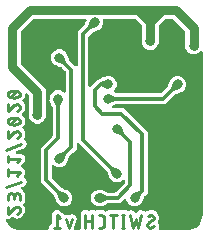
<source format=gbr>
G04 EAGLE Gerber RS-274X export*
G75*
%MOMM*%
%FSLAX34Y34*%
%LPD*%
%INBottom Copper*%
%IPPOS*%
%AMOC8*
5,1,8,0,0,1.08239X$1,22.5*%
G01*
%ADD10C,0.228600*%
%ADD11C,0.800000*%
%ADD12C,0.304800*%
%ADD13C,0.800000*%

G36*
X39641Y3826D02*
X39641Y3826D01*
X39759Y3833D01*
X39798Y3846D01*
X39838Y3851D01*
X39949Y3894D01*
X40062Y3931D01*
X40096Y3953D01*
X40134Y3968D01*
X40230Y4037D01*
X40330Y4101D01*
X40358Y4131D01*
X40391Y4154D01*
X40467Y4246D01*
X40548Y4333D01*
X40568Y4368D01*
X40594Y4399D01*
X40644Y4507D01*
X40702Y4611D01*
X40712Y4651D01*
X40729Y4687D01*
X40752Y4804D01*
X40781Y4919D01*
X40785Y4979D01*
X40789Y4999D01*
X40788Y5020D01*
X40792Y5080D01*
X40792Y7879D01*
X43313Y10400D01*
X43373Y10479D01*
X43441Y10551D01*
X43470Y10604D01*
X43508Y10652D01*
X43547Y10743D01*
X43595Y10829D01*
X43610Y10888D01*
X43634Y10943D01*
X43649Y11041D01*
X43674Y11137D01*
X43681Y11237D01*
X43684Y11258D01*
X43683Y11270D01*
X43684Y11298D01*
X43684Y16255D01*
X43683Y16269D01*
X43677Y16395D01*
X43514Y17856D01*
X43572Y17951D01*
X43581Y17979D01*
X43595Y18004D01*
X43627Y18130D01*
X43666Y18255D01*
X43667Y18275D01*
X44698Y19307D01*
X44707Y19319D01*
X44792Y19412D01*
X45710Y20560D01*
X45819Y20586D01*
X45844Y20600D01*
X45872Y20608D01*
X45984Y20674D01*
X46099Y20735D01*
X46115Y20749D01*
X47574Y20749D01*
X47588Y20751D01*
X47714Y20756D01*
X49175Y20919D01*
X49270Y20861D01*
X49298Y20852D01*
X49323Y20838D01*
X49449Y20806D01*
X49574Y20768D01*
X49595Y20767D01*
X50626Y19735D01*
X50638Y19726D01*
X50731Y19641D01*
X53583Y17360D01*
X53645Y17321D01*
X53703Y17275D01*
X53781Y17239D01*
X53854Y17194D01*
X53924Y17172D01*
X53991Y17141D01*
X54076Y17126D01*
X54158Y17100D01*
X54232Y17097D01*
X54304Y17084D01*
X54390Y17090D01*
X54476Y17086D01*
X54548Y17101D01*
X54621Y17106D01*
X54777Y17147D01*
X56171Y17611D01*
X57595Y16899D01*
X57624Y16889D01*
X57649Y16874D01*
X57773Y16836D01*
X57895Y16793D01*
X57925Y16791D01*
X57954Y16782D01*
X58084Y16777D01*
X58212Y16766D01*
X58242Y16771D01*
X58271Y16769D01*
X58398Y16797D01*
X58526Y16818D01*
X58553Y16830D01*
X58582Y16836D01*
X58731Y16899D01*
X60156Y17611D01*
X63450Y16513D01*
X65003Y13407D01*
X62715Y6544D01*
X62714Y6535D01*
X62710Y6527D01*
X62683Y6381D01*
X62653Y6232D01*
X62654Y6223D01*
X62652Y6215D01*
X62663Y6065D01*
X62671Y5915D01*
X62674Y5906D01*
X62674Y5897D01*
X62692Y5829D01*
X62602Y5648D01*
X62570Y5558D01*
X62530Y5473D01*
X62518Y5409D01*
X62496Y5348D01*
X62488Y5253D01*
X62470Y5160D01*
X62474Y5096D01*
X62469Y5031D01*
X62484Y4937D01*
X62490Y4843D01*
X62510Y4781D01*
X62521Y4717D01*
X62559Y4630D01*
X62588Y4541D01*
X62623Y4486D01*
X62649Y4426D01*
X62708Y4352D01*
X62758Y4272D01*
X62806Y4227D01*
X62846Y4176D01*
X62921Y4119D01*
X62990Y4054D01*
X63047Y4022D01*
X63099Y3983D01*
X63186Y3946D01*
X63268Y3900D01*
X63331Y3884D01*
X63391Y3859D01*
X63485Y3845D01*
X63576Y3821D01*
X63687Y3814D01*
X63706Y3811D01*
X63716Y3812D01*
X63737Y3811D01*
X66573Y3811D01*
X66692Y3826D01*
X66810Y3833D01*
X66849Y3846D01*
X66889Y3851D01*
X67000Y3894D01*
X67113Y3931D01*
X67147Y3953D01*
X67185Y3968D01*
X67281Y4037D01*
X67381Y4101D01*
X67409Y4131D01*
X67442Y4154D01*
X67518Y4246D01*
X67599Y4333D01*
X67619Y4368D01*
X67645Y4399D01*
X67695Y4507D01*
X67753Y4611D01*
X67763Y4651D01*
X67780Y4687D01*
X67803Y4804D01*
X67832Y4919D01*
X67836Y4979D01*
X67840Y4999D01*
X67839Y5020D01*
X67843Y5080D01*
X67843Y18293D01*
X70298Y20749D01*
X73771Y20749D01*
X74030Y20490D01*
X74124Y20417D01*
X74213Y20338D01*
X74249Y20320D01*
X74281Y20295D01*
X74390Y20247D01*
X74496Y20193D01*
X74535Y20185D01*
X74573Y20168D01*
X74691Y20150D01*
X74806Y20124D01*
X74847Y20125D01*
X74887Y20119D01*
X75006Y20130D01*
X75124Y20133D01*
X75163Y20145D01*
X75203Y20148D01*
X75315Y20189D01*
X75430Y20222D01*
X75465Y20242D01*
X75503Y20256D01*
X75601Y20323D01*
X75704Y20383D01*
X75749Y20423D01*
X75766Y20435D01*
X75779Y20450D01*
X75825Y20490D01*
X76084Y20749D01*
X79556Y20749D01*
X79588Y20717D01*
X79682Y20644D01*
X79771Y20565D01*
X79807Y20547D01*
X79839Y20522D01*
X79949Y20474D01*
X80055Y20420D01*
X80094Y20412D01*
X80131Y20395D01*
X80249Y20377D01*
X80365Y20351D01*
X80405Y20352D01*
X80445Y20346D01*
X80564Y20357D01*
X80683Y20360D01*
X80722Y20372D01*
X80762Y20375D01*
X80874Y20416D01*
X80988Y20449D01*
X81023Y20469D01*
X81061Y20483D01*
X81160Y20550D01*
X81262Y20610D01*
X81307Y20650D01*
X81324Y20662D01*
X81338Y20677D01*
X81383Y20717D01*
X81415Y20749D01*
X83204Y20749D01*
X85466Y20749D01*
X86443Y20749D01*
X87226Y20749D01*
X87317Y20688D01*
X87325Y20682D01*
X87329Y20680D01*
X87337Y20675D01*
X88688Y19895D01*
X88791Y19851D01*
X88891Y19800D01*
X88937Y19790D01*
X88981Y19772D01*
X89092Y19755D01*
X89202Y19731D01*
X89249Y19732D01*
X89295Y19725D01*
X89407Y19737D01*
X89520Y19740D01*
X89565Y19753D01*
X89612Y19758D01*
X89717Y19797D01*
X89825Y19829D01*
X89866Y19853D01*
X89910Y19869D01*
X90002Y19933D01*
X90099Y19990D01*
X90153Y20038D01*
X90171Y20050D01*
X90183Y20064D01*
X90220Y20097D01*
X90872Y20749D01*
X106778Y20749D01*
X106834Y20705D01*
X106889Y20649D01*
X106959Y20608D01*
X107023Y20558D01*
X107095Y20527D01*
X107163Y20487D01*
X107241Y20464D01*
X107315Y20432D01*
X107392Y20419D01*
X107468Y20397D01*
X107549Y20395D01*
X107629Y20382D01*
X107707Y20389D01*
X107786Y20387D01*
X107945Y20411D01*
X110708Y21026D01*
X113870Y19014D01*
X113870Y19013D01*
X113871Y19013D01*
X114018Y18944D01*
X114157Y18878D01*
X114158Y18878D01*
X114159Y18877D01*
X114317Y18847D01*
X114469Y18818D01*
X114470Y18818D01*
X114471Y18818D01*
X114631Y18828D01*
X114787Y18837D01*
X114788Y18838D01*
X114789Y18838D01*
X114949Y18890D01*
X115089Y18935D01*
X115090Y18936D01*
X115091Y18936D01*
X115232Y19014D01*
X118394Y21026D01*
X121798Y20269D01*
X121823Y20239D01*
X121896Y20140D01*
X121924Y20117D01*
X121947Y20089D01*
X122047Y20017D01*
X122142Y19939D01*
X122175Y19924D01*
X122205Y19903D01*
X122319Y19857D01*
X122431Y19806D01*
X122467Y19799D01*
X122501Y19786D01*
X122623Y19770D01*
X122744Y19748D01*
X122780Y19751D01*
X122816Y19746D01*
X122938Y19762D01*
X123061Y19770D01*
X123113Y19784D01*
X123132Y19786D01*
X123151Y19794D01*
X123217Y19811D01*
X125217Y20478D01*
X125266Y20502D01*
X125318Y20517D01*
X125409Y20570D01*
X125503Y20616D01*
X125545Y20651D01*
X125592Y20678D01*
X125672Y20749D01*
X129173Y20749D01*
X129264Y20688D01*
X129273Y20682D01*
X129277Y20680D01*
X129285Y20675D01*
X132176Y19005D01*
X133845Y16114D01*
X133897Y16046D01*
X133919Y16008D01*
X133919Y12486D01*
X133854Y12388D01*
X133846Y12377D01*
X133844Y12371D01*
X133836Y12360D01*
X133351Y11511D01*
X133308Y11407D01*
X133257Y11307D01*
X133247Y11261D01*
X133229Y11217D01*
X133213Y11106D01*
X133189Y10996D01*
X133190Y10949D01*
X133184Y10902D01*
X133196Y10791D01*
X133200Y10679D01*
X133213Y10633D01*
X133218Y10586D01*
X133258Y10481D01*
X133290Y10373D01*
X133314Y10333D01*
X133330Y10288D01*
X133395Y10197D01*
X133452Y10100D01*
X133500Y10046D01*
X133513Y10028D01*
X133527Y10016D01*
X133559Y9980D01*
X134201Y9343D01*
X134216Y5843D01*
X134148Y5761D01*
X134138Y5740D01*
X134124Y5722D01*
X134070Y5596D01*
X134012Y5473D01*
X134008Y5450D01*
X133999Y5429D01*
X133978Y5294D01*
X133952Y5160D01*
X133954Y5138D01*
X133950Y5115D01*
X133964Y4979D01*
X133972Y4843D01*
X133979Y4821D01*
X133981Y4799D01*
X134028Y4670D01*
X134070Y4541D01*
X134082Y4521D01*
X134090Y4500D01*
X134167Y4387D01*
X134240Y4272D01*
X134257Y4256D01*
X134270Y4237D01*
X134373Y4147D01*
X134472Y4054D01*
X134492Y4043D01*
X134509Y4028D01*
X134631Y3966D01*
X134750Y3900D01*
X134773Y3895D01*
X134793Y3884D01*
X134927Y3855D01*
X135058Y3821D01*
X135090Y3819D01*
X135104Y3816D01*
X135125Y3817D01*
X135219Y3811D01*
X157929Y3811D01*
X157949Y3813D01*
X158053Y3817D01*
X160393Y4047D01*
X160496Y4071D01*
X160602Y4086D01*
X160681Y4113D01*
X160703Y4118D01*
X160717Y4125D01*
X160754Y4138D01*
X165077Y5928D01*
X165085Y5933D01*
X165094Y5935D01*
X165223Y6012D01*
X165353Y6086D01*
X165359Y6092D01*
X165367Y6097D01*
X165488Y6203D01*
X168797Y9512D01*
X168802Y9519D01*
X168810Y9525D01*
X168900Y9644D01*
X168992Y9763D01*
X168995Y9772D01*
X169001Y9779D01*
X169072Y9923D01*
X170862Y14246D01*
X170890Y14348D01*
X170927Y14448D01*
X170940Y14532D01*
X170946Y14553D01*
X170946Y14569D01*
X170953Y14607D01*
X171183Y16947D01*
X171183Y16966D01*
X171189Y17071D01*
X171189Y154407D01*
X171172Y154545D01*
X171159Y154683D01*
X171152Y154702D01*
X171149Y154722D01*
X171099Y154851D01*
X171051Y154982D01*
X171040Y154999D01*
X171032Y155018D01*
X170951Y155130D01*
X170873Y155245D01*
X170857Y155259D01*
X170846Y155275D01*
X170738Y155364D01*
X170634Y155456D01*
X170616Y155465D01*
X170601Y155478D01*
X170475Y155537D01*
X170351Y155600D01*
X170331Y155605D01*
X170313Y155614D01*
X170176Y155640D01*
X170041Y155670D01*
X170020Y155670D01*
X170001Y155673D01*
X169862Y155665D01*
X169723Y155660D01*
X169703Y155655D01*
X169683Y155654D01*
X169551Y155611D01*
X169417Y155572D01*
X169400Y155562D01*
X169381Y155556D01*
X169263Y155481D01*
X169143Y155411D01*
X169122Y155392D01*
X169112Y155385D01*
X169098Y155370D01*
X169023Y155304D01*
X167743Y154024D01*
X165152Y152951D01*
X162348Y152951D01*
X159757Y154024D01*
X157774Y156007D01*
X156701Y158598D01*
X156701Y171555D01*
X156689Y171653D01*
X156686Y171752D01*
X156669Y171810D01*
X156661Y171870D01*
X156625Y171962D01*
X156597Y172057D01*
X156567Y172109D01*
X156544Y172166D01*
X156486Y172246D01*
X156436Y172331D01*
X156370Y172407D01*
X156358Y172423D01*
X156348Y172431D01*
X156330Y172452D01*
X146202Y182580D01*
X146124Y182640D01*
X146052Y182708D01*
X145999Y182737D01*
X145951Y182774D01*
X145860Y182814D01*
X145773Y182862D01*
X145715Y182877D01*
X145659Y182901D01*
X145561Y182916D01*
X145465Y182941D01*
X145365Y182947D01*
X145345Y182951D01*
X145333Y182949D01*
X145305Y182951D01*
X140445Y182951D01*
X140347Y182939D01*
X140248Y182936D01*
X140190Y182919D01*
X140130Y182911D01*
X140038Y182875D01*
X139943Y182847D01*
X139891Y182817D01*
X139834Y182794D01*
X139754Y182736D01*
X139669Y182686D01*
X139593Y182620D01*
X139577Y182608D01*
X139569Y182598D01*
X139548Y182580D01*
X134420Y177452D01*
X134360Y177374D01*
X134292Y177302D01*
X134263Y177249D01*
X134226Y177201D01*
X134186Y177110D01*
X134138Y177023D01*
X134123Y176965D01*
X134099Y176909D01*
X134084Y176811D01*
X134059Y176715D01*
X134053Y176615D01*
X134049Y176595D01*
X134051Y176583D01*
X134049Y176555D01*
X134049Y162348D01*
X132976Y159757D01*
X130993Y157774D01*
X128402Y156701D01*
X125598Y156701D01*
X123007Y157774D01*
X121024Y159757D01*
X119951Y162348D01*
X119951Y176555D01*
X119939Y176653D01*
X119936Y176752D01*
X119919Y176810D01*
X119911Y176870D01*
X119875Y176962D01*
X119847Y177057D01*
X119817Y177109D01*
X119794Y177166D01*
X119736Y177246D01*
X119686Y177331D01*
X119620Y177407D01*
X119608Y177423D01*
X119598Y177431D01*
X119580Y177452D01*
X114452Y182580D01*
X114374Y182640D01*
X114302Y182708D01*
X114249Y182737D01*
X114201Y182774D01*
X114110Y182814D01*
X114023Y182862D01*
X113965Y182877D01*
X113909Y182901D01*
X113811Y182916D01*
X113715Y182941D01*
X113615Y182947D01*
X113595Y182951D01*
X113583Y182949D01*
X113555Y182951D01*
X88307Y182951D01*
X88257Y182945D01*
X88207Y182947D01*
X88099Y182925D01*
X87991Y182911D01*
X87944Y182893D01*
X87895Y182883D01*
X87797Y182835D01*
X87695Y182794D01*
X87655Y182765D01*
X87610Y182743D01*
X87526Y182672D01*
X87438Y182608D01*
X87406Y182569D01*
X87368Y182536D01*
X87305Y182447D01*
X87235Y182363D01*
X87214Y182317D01*
X87185Y182276D01*
X87146Y182174D01*
X87100Y182075D01*
X87090Y182026D01*
X87072Y181979D01*
X87060Y181870D01*
X87040Y181763D01*
X87043Y181712D01*
X87037Y181662D01*
X87049Y181583D01*
X87049Y178598D01*
X85976Y176007D01*
X84599Y174631D01*
X84508Y174514D01*
X84416Y174399D01*
X84408Y174385D01*
X84404Y174379D01*
X84398Y174365D01*
X84340Y174257D01*
X84256Y174070D01*
X83746Y173878D01*
X82610Y173451D01*
X82598Y173445D01*
X82571Y173435D01*
X81354Y172931D01*
X81221Y172917D01*
X81206Y172912D01*
X81198Y172911D01*
X81184Y172906D01*
X81067Y172870D01*
X78549Y171922D01*
X78522Y171908D01*
X78493Y171900D01*
X78382Y171834D01*
X78268Y171774D01*
X78245Y171753D01*
X78219Y171738D01*
X78099Y171632D01*
X74944Y168478D01*
X74884Y168399D01*
X74816Y168327D01*
X74787Y168274D01*
X74750Y168226D01*
X74710Y168135D01*
X74662Y168049D01*
X74647Y167990D01*
X74623Y167935D01*
X74608Y167837D01*
X74583Y167741D01*
X74577Y167641D01*
X74573Y167620D01*
X74575Y167608D01*
X74573Y167580D01*
X74573Y126604D01*
X74590Y126466D01*
X74603Y126327D01*
X74610Y126308D01*
X74613Y126288D01*
X74664Y126159D01*
X74711Y126028D01*
X74722Y126011D01*
X74730Y125993D01*
X74811Y125880D01*
X74889Y125765D01*
X74905Y125752D01*
X74916Y125735D01*
X75024Y125646D01*
X75128Y125555D01*
X75146Y125545D01*
X75161Y125532D01*
X75287Y125473D01*
X75411Y125410D01*
X75431Y125405D01*
X75449Y125397D01*
X75586Y125371D01*
X75721Y125340D01*
X75742Y125341D01*
X75761Y125337D01*
X75900Y125346D01*
X76039Y125350D01*
X76059Y125356D01*
X76079Y125357D01*
X76211Y125400D01*
X76345Y125438D01*
X76362Y125449D01*
X76381Y125455D01*
X76499Y125529D01*
X76619Y125600D01*
X76640Y125618D01*
X76650Y125625D01*
X76664Y125640D01*
X76739Y125706D01*
X78478Y127444D01*
X81275Y130242D01*
X81294Y130266D01*
X81317Y130286D01*
X81391Y130391D01*
X81470Y130493D01*
X81482Y130521D01*
X81500Y130546D01*
X81566Y130693D01*
X81667Y130962D01*
X81671Y130966D01*
X81717Y131000D01*
X81781Y131080D01*
X81782Y131081D01*
X82057Y131184D01*
X82084Y131198D01*
X82113Y131207D01*
X82224Y131272D01*
X82339Y131333D01*
X82361Y131353D01*
X82387Y131368D01*
X82508Y131475D01*
X83106Y132073D01*
X83988Y132073D01*
X84018Y132077D01*
X84048Y132074D01*
X84176Y132096D01*
X84304Y132113D01*
X84332Y132124D01*
X84362Y132129D01*
X84512Y132186D01*
X86963Y133296D01*
X87088Y133373D01*
X87216Y133448D01*
X87227Y133459D01*
X87233Y133462D01*
X87239Y133468D01*
X88426Y133960D01*
X88437Y133966D01*
X88464Y133976D01*
X89645Y134511D01*
X90066Y134702D01*
X90258Y134630D01*
X90402Y134596D01*
X90544Y134559D01*
X90560Y134558D01*
X90567Y134556D01*
X90583Y134556D01*
X90705Y134549D01*
X92652Y134549D01*
X95243Y133476D01*
X97226Y131493D01*
X98299Y128902D01*
X98299Y126098D01*
X97226Y123507D01*
X96405Y122687D01*
X96388Y122664D01*
X96366Y122645D01*
X96290Y122538D01*
X96211Y122436D01*
X96199Y122409D01*
X96182Y122386D01*
X96136Y122264D01*
X96084Y122144D01*
X96080Y122115D01*
X96069Y122088D01*
X96055Y121959D01*
X96034Y121830D01*
X96037Y121801D01*
X96034Y121772D01*
X96052Y121644D01*
X96064Y121513D01*
X96074Y121486D01*
X96078Y121457D01*
X96128Y121337D01*
X96172Y121214D01*
X96188Y121190D01*
X96199Y121163D01*
X96277Y121059D01*
X96350Y120951D01*
X96372Y120932D01*
X96389Y120909D01*
X96491Y120827D01*
X96589Y120740D01*
X96614Y120727D01*
X96637Y120709D01*
X96779Y120633D01*
X97988Y120086D01*
X98017Y120077D01*
X98043Y120062D01*
X98168Y120030D01*
X98292Y119992D01*
X98322Y119990D01*
X98351Y119983D01*
X98512Y119973D01*
X135480Y119973D01*
X135578Y119985D01*
X135677Y119988D01*
X135736Y120005D01*
X135796Y120013D01*
X135888Y120049D01*
X135983Y120077D01*
X136035Y120107D01*
X136091Y120130D01*
X136171Y120188D01*
X136257Y120238D01*
X136332Y120304D01*
X136349Y120316D01*
X136357Y120326D01*
X136378Y120344D01*
X141632Y125599D01*
X141650Y125622D01*
X141673Y125642D01*
X141748Y125748D01*
X141827Y125850D01*
X141839Y125878D01*
X141856Y125902D01*
X141922Y126049D01*
X142870Y128567D01*
X142904Y128711D01*
X142941Y128853D01*
X142942Y128869D01*
X142944Y128876D01*
X142944Y128884D01*
X143436Y130071D01*
X143439Y130083D01*
X143451Y130110D01*
X143878Y131246D01*
X144070Y131756D01*
X144257Y131840D01*
X144383Y131918D01*
X144510Y131993D01*
X144522Y132003D01*
X144528Y132007D01*
X144539Y132018D01*
X144631Y132099D01*
X146007Y133476D01*
X148598Y134549D01*
X151402Y134549D01*
X153993Y133476D01*
X155976Y131493D01*
X157049Y128902D01*
X157049Y126098D01*
X155976Y123507D01*
X154599Y122131D01*
X154508Y122014D01*
X154416Y121899D01*
X154409Y121885D01*
X154404Y121879D01*
X154398Y121865D01*
X154340Y121757D01*
X154256Y121570D01*
X153746Y121378D01*
X152610Y120951D01*
X152599Y120945D01*
X152571Y120936D01*
X151354Y120431D01*
X151221Y120417D01*
X151205Y120412D01*
X151198Y120411D01*
X151184Y120406D01*
X151067Y120370D01*
X148549Y119422D01*
X148522Y119408D01*
X148493Y119400D01*
X148382Y119334D01*
X148268Y119274D01*
X148245Y119254D01*
X148219Y119238D01*
X148099Y119132D01*
X139794Y110827D01*
X98512Y110827D01*
X98482Y110823D01*
X98452Y110826D01*
X98324Y110804D01*
X98196Y110787D01*
X98168Y110776D01*
X98138Y110771D01*
X97988Y110714D01*
X95538Y109604D01*
X95412Y109527D01*
X95285Y109452D01*
X95273Y109441D01*
X95267Y109438D01*
X95256Y109426D01*
X95164Y109345D01*
X95108Y109289D01*
X95078Y109268D01*
X95021Y109199D01*
X94957Y109137D01*
X94920Y109077D01*
X94875Y109023D01*
X94837Y108942D01*
X94790Y108866D01*
X94769Y108798D01*
X94739Y108735D01*
X94723Y108647D01*
X94696Y108562D01*
X94693Y108492D01*
X94680Y108422D01*
X94685Y108334D01*
X94681Y108244D01*
X94695Y108175D01*
X94699Y108105D01*
X94727Y108020D01*
X94745Y107933D01*
X94776Y107869D01*
X94797Y107803D01*
X94845Y107727D01*
X94884Y107647D01*
X94930Y107593D01*
X94968Y107534D01*
X95033Y107473D01*
X95090Y107405D01*
X95148Y107364D01*
X95199Y107316D01*
X95277Y107273D01*
X95350Y107221D01*
X95416Y107196D01*
X95478Y107162D01*
X95564Y107140D01*
X95647Y107108D01*
X95717Y107101D01*
X95786Y107083D01*
X95946Y107073D01*
X104394Y107073D01*
X124573Y86894D01*
X124573Y35606D01*
X122118Y33151D01*
X122100Y33127D01*
X122077Y33108D01*
X122003Y33002D01*
X121923Y32900D01*
X121911Y32872D01*
X121894Y32848D01*
X121828Y32701D01*
X121199Y31031D01*
X120880Y30183D01*
X120846Y30039D01*
X120809Y29897D01*
X120808Y29881D01*
X120806Y29874D01*
X120806Y29866D01*
X120314Y28678D01*
X120311Y28666D01*
X120299Y28640D01*
X119680Y26994D01*
X119493Y26910D01*
X119367Y26832D01*
X119240Y26757D01*
X119229Y26747D01*
X119222Y26743D01*
X119211Y26732D01*
X119119Y26651D01*
X117743Y25274D01*
X115152Y24201D01*
X112348Y24201D01*
X109757Y25274D01*
X107774Y27257D01*
X106749Y29733D01*
X106724Y29776D01*
X106708Y29823D01*
X106646Y29914D01*
X106591Y30009D01*
X106557Y30045D01*
X106529Y30086D01*
X106446Y30159D01*
X106370Y30237D01*
X106328Y30263D01*
X106290Y30296D01*
X106193Y30346D01*
X106099Y30404D01*
X106052Y30418D01*
X106007Y30441D01*
X105900Y30465D01*
X105795Y30497D01*
X105745Y30500D01*
X105697Y30511D01*
X105587Y30507D01*
X105477Y30512D01*
X105429Y30502D01*
X105379Y30501D01*
X105274Y30470D01*
X105166Y30448D01*
X105121Y30426D01*
X105074Y30413D01*
X104979Y30357D01*
X104880Y30308D01*
X104842Y30276D01*
X104800Y30251D01*
X104679Y30145D01*
X104262Y29728D01*
X101212Y26677D01*
X91012Y26677D01*
X90982Y26673D01*
X90952Y26676D01*
X90824Y26654D01*
X90696Y26637D01*
X90668Y26626D01*
X90638Y26621D01*
X90488Y26564D01*
X88038Y25454D01*
X87912Y25377D01*
X87785Y25302D01*
X87773Y25291D01*
X87767Y25288D01*
X87761Y25282D01*
X86574Y24790D01*
X86563Y24784D01*
X86536Y24774D01*
X84934Y24048D01*
X84742Y24120D01*
X84598Y24154D01*
X84455Y24191D01*
X84440Y24192D01*
X84433Y24194D01*
X84417Y24194D01*
X84295Y24201D01*
X82348Y24201D01*
X79757Y25274D01*
X77774Y27257D01*
X76701Y29848D01*
X76701Y32652D01*
X77774Y35243D01*
X79757Y37226D01*
X82348Y38299D01*
X84295Y38299D01*
X84441Y38317D01*
X84588Y38333D01*
X84603Y38338D01*
X84610Y38339D01*
X84625Y38344D01*
X84742Y38380D01*
X84933Y38452D01*
X85455Y38216D01*
X86536Y37726D01*
X86548Y37723D01*
X86574Y37710D01*
X87791Y37206D01*
X87895Y37122D01*
X87909Y37114D01*
X87915Y37110D01*
X87929Y37103D01*
X88038Y37046D01*
X90488Y35936D01*
X90517Y35927D01*
X90543Y35912D01*
X90668Y35880D01*
X90792Y35842D01*
X90822Y35840D01*
X90851Y35833D01*
X91012Y35823D01*
X96898Y35823D01*
X96996Y35835D01*
X97095Y35838D01*
X97153Y35855D01*
X97213Y35863D01*
X97305Y35899D01*
X97400Y35927D01*
X97453Y35957D01*
X97509Y35980D01*
X97589Y36038D01*
X97674Y36088D01*
X97750Y36154D01*
X97766Y36166D01*
X97774Y36176D01*
X97795Y36194D01*
X105056Y43455D01*
X105116Y43533D01*
X105184Y43605D01*
X105213Y43658D01*
X105250Y43706D01*
X105290Y43797D01*
X105338Y43884D01*
X105353Y43942D01*
X105377Y43998D01*
X105392Y44096D01*
X105417Y44192D01*
X105423Y44292D01*
X105427Y44312D01*
X105425Y44324D01*
X105427Y44352D01*
X105427Y45545D01*
X105410Y45683D01*
X105397Y45821D01*
X105390Y45840D01*
X105387Y45860D01*
X105336Y45990D01*
X105289Y46120D01*
X105278Y46137D01*
X105270Y46156D01*
X105189Y46268D01*
X105111Y46383D01*
X105095Y46397D01*
X105084Y46413D01*
X104976Y46502D01*
X104872Y46594D01*
X104854Y46603D01*
X104839Y46616D01*
X104713Y46675D01*
X104589Y46738D01*
X104569Y46743D01*
X104551Y46752D01*
X104414Y46778D01*
X104279Y46808D01*
X104258Y46808D01*
X104239Y46811D01*
X104100Y46803D01*
X103961Y46798D01*
X103941Y46793D01*
X103921Y46792D01*
X103789Y46749D01*
X103655Y46710D01*
X103638Y46700D01*
X103619Y46694D01*
X103501Y46619D01*
X103381Y46549D01*
X103360Y46530D01*
X103350Y46523D01*
X103336Y46508D01*
X103261Y46442D01*
X102743Y45924D01*
X100152Y44851D01*
X97348Y44851D01*
X94757Y45924D01*
X93381Y47301D01*
X93263Y47392D01*
X93149Y47484D01*
X93135Y47491D01*
X93129Y47496D01*
X93115Y47502D01*
X93007Y47560D01*
X92820Y47644D01*
X92201Y49291D01*
X92195Y49302D01*
X92185Y49329D01*
X91681Y50546D01*
X91667Y50679D01*
X91662Y50694D01*
X91661Y50702D01*
X91656Y50716D01*
X91620Y50833D01*
X91301Y51681D01*
X90672Y53351D01*
X90658Y53378D01*
X90650Y53407D01*
X90584Y53518D01*
X90524Y53632D01*
X90504Y53655D01*
X90488Y53681D01*
X90382Y53801D01*
X68478Y75706D01*
X66739Y77444D01*
X66630Y77529D01*
X66523Y77618D01*
X66504Y77626D01*
X66488Y77639D01*
X66360Y77694D01*
X66235Y77753D01*
X66215Y77757D01*
X66196Y77765D01*
X66058Y77787D01*
X65922Y77813D01*
X65902Y77812D01*
X65882Y77815D01*
X65743Y77802D01*
X65605Y77793D01*
X65586Y77787D01*
X65566Y77785D01*
X65434Y77738D01*
X65303Y77695D01*
X65285Y77684D01*
X65266Y77677D01*
X65151Y77599D01*
X65034Y77525D01*
X65020Y77510D01*
X65003Y77499D01*
X64911Y77395D01*
X64816Y77293D01*
X64806Y77276D01*
X64793Y77260D01*
X64729Y77136D01*
X64662Y77015D01*
X64657Y76995D01*
X64648Y76977D01*
X64618Y76841D01*
X64583Y76707D01*
X64581Y76679D01*
X64578Y76667D01*
X64579Y76646D01*
X64573Y76546D01*
X64573Y72706D01*
X61522Y69656D01*
X58368Y66501D01*
X58350Y66477D01*
X58327Y66458D01*
X58253Y66352D01*
X58173Y66250D01*
X58161Y66222D01*
X58144Y66198D01*
X58078Y66051D01*
X57449Y64381D01*
X57130Y63533D01*
X57096Y63389D01*
X57059Y63247D01*
X57058Y63231D01*
X57056Y63224D01*
X57056Y63216D01*
X56564Y62028D01*
X56561Y62016D01*
X56549Y61990D01*
X55930Y60344D01*
X55743Y60260D01*
X55617Y60182D01*
X55490Y60107D01*
X55479Y60097D01*
X55472Y60093D01*
X55461Y60082D01*
X55369Y60001D01*
X53993Y58624D01*
X51402Y57551D01*
X48598Y57551D01*
X46007Y58624D01*
X45489Y59142D01*
X45380Y59227D01*
X45273Y59316D01*
X45254Y59325D01*
X45238Y59337D01*
X45110Y59392D01*
X44985Y59452D01*
X44965Y59455D01*
X44946Y59463D01*
X44808Y59485D01*
X44672Y59511D01*
X44652Y59510D01*
X44632Y59513D01*
X44493Y59500D01*
X44355Y59492D01*
X44336Y59485D01*
X44316Y59483D01*
X44185Y59436D01*
X44053Y59394D01*
X44035Y59383D01*
X44016Y59376D01*
X43902Y59298D01*
X43784Y59223D01*
X43770Y59209D01*
X43753Y59197D01*
X43661Y59093D01*
X43566Y58992D01*
X43556Y58974D01*
X43543Y58959D01*
X43480Y58835D01*
X43412Y58713D01*
X43407Y58694D01*
X43398Y58676D01*
X43368Y58540D01*
X43333Y58405D01*
X43331Y58377D01*
X43328Y58365D01*
X43329Y58345D01*
X43323Y58245D01*
X43323Y48670D01*
X43335Y48572D01*
X43338Y48473D01*
X43355Y48414D01*
X43363Y48354D01*
X43399Y48262D01*
X43427Y48167D01*
X43457Y48115D01*
X43480Y48059D01*
X43538Y47979D01*
X43588Y47893D01*
X43654Y47818D01*
X43666Y47801D01*
X43676Y47793D01*
X43694Y47772D01*
X51849Y39618D01*
X51872Y39600D01*
X51892Y39577D01*
X51998Y39502D01*
X52100Y39423D01*
X52128Y39411D01*
X52152Y39394D01*
X52299Y39328D01*
X54817Y38380D01*
X54960Y38346D01*
X55103Y38309D01*
X55119Y38308D01*
X55126Y38306D01*
X55134Y38306D01*
X56322Y37814D01*
X56334Y37811D01*
X56361Y37799D01*
X58006Y37180D01*
X58090Y36993D01*
X58168Y36867D01*
X58242Y36740D01*
X58253Y36729D01*
X58257Y36722D01*
X58268Y36712D01*
X58349Y36620D01*
X59726Y35243D01*
X60799Y32652D01*
X60799Y29848D01*
X59726Y27257D01*
X57743Y25274D01*
X55152Y24201D01*
X52348Y24201D01*
X49757Y25274D01*
X48381Y26651D01*
X48263Y26742D01*
X48149Y26834D01*
X48135Y26841D01*
X48129Y26846D01*
X48115Y26852D01*
X48007Y26910D01*
X47820Y26994D01*
X47201Y28640D01*
X47195Y28651D01*
X47185Y28679D01*
X46681Y29896D01*
X46667Y30029D01*
X46662Y30044D01*
X46661Y30052D01*
X46656Y30066D01*
X46620Y30183D01*
X46301Y31031D01*
X46301Y31032D01*
X45672Y32701D01*
X45658Y32728D01*
X45650Y32757D01*
X45584Y32868D01*
X45524Y32982D01*
X45504Y33005D01*
X45488Y33031D01*
X45382Y33151D01*
X34177Y44356D01*
X34177Y73544D01*
X43806Y83172D01*
X43866Y83251D01*
X43934Y83323D01*
X43963Y83376D01*
X44000Y83424D01*
X44040Y83515D01*
X44088Y83601D01*
X44103Y83660D01*
X44127Y83715D01*
X44142Y83813D01*
X44167Y83909D01*
X44173Y84009D01*
X44177Y84030D01*
X44175Y84042D01*
X44177Y84070D01*
X44177Y108138D01*
X44173Y108168D01*
X44176Y108198D01*
X44154Y108326D01*
X44137Y108454D01*
X44126Y108482D01*
X44121Y108511D01*
X44064Y108662D01*
X42954Y111113D01*
X42877Y111238D01*
X42802Y111366D01*
X42791Y111377D01*
X42788Y111384D01*
X42782Y111389D01*
X42291Y112575D01*
X42284Y112586D01*
X42274Y112613D01*
X41548Y114216D01*
X41620Y114408D01*
X41654Y114552D01*
X41691Y114694D01*
X41692Y114710D01*
X41694Y114717D01*
X41694Y114733D01*
X41701Y114855D01*
X41701Y116802D01*
X42774Y119393D01*
X44757Y121376D01*
X47348Y122449D01*
X50152Y122449D01*
X52743Y121376D01*
X53261Y120858D01*
X53370Y120773D01*
X53477Y120684D01*
X53496Y120675D01*
X53512Y120663D01*
X53640Y120608D01*
X53765Y120548D01*
X53785Y120545D01*
X53804Y120537D01*
X53942Y120515D01*
X54078Y120489D01*
X54098Y120490D01*
X54118Y120487D01*
X54257Y120500D01*
X54395Y120508D01*
X54414Y120515D01*
X54434Y120517D01*
X54565Y120564D01*
X54697Y120606D01*
X54715Y120617D01*
X54734Y120624D01*
X54848Y120702D01*
X54966Y120777D01*
X54980Y120791D01*
X54997Y120803D01*
X55089Y120907D01*
X55184Y121008D01*
X55194Y121026D01*
X55207Y121041D01*
X55270Y121165D01*
X55338Y121287D01*
X55343Y121306D01*
X55352Y121324D01*
X55382Y121460D01*
X55417Y121595D01*
X55419Y121623D01*
X55422Y121635D01*
X55421Y121655D01*
X55427Y121755D01*
X55427Y137580D01*
X55415Y137678D01*
X55412Y137777D01*
X55395Y137836D01*
X55387Y137896D01*
X55351Y137988D01*
X55323Y138083D01*
X55293Y138135D01*
X55270Y138191D01*
X55212Y138271D01*
X55162Y138357D01*
X55096Y138432D01*
X55084Y138449D01*
X55074Y138457D01*
X55056Y138478D01*
X51901Y141632D01*
X51878Y141650D01*
X51858Y141673D01*
X51752Y141747D01*
X51650Y141827D01*
X51622Y141839D01*
X51598Y141856D01*
X51451Y141922D01*
X49781Y142551D01*
X48933Y142870D01*
X48790Y142904D01*
X48647Y142941D01*
X48631Y142942D01*
X48624Y142944D01*
X48616Y142944D01*
X47429Y143435D01*
X47417Y143439D01*
X47391Y143451D01*
X45744Y144070D01*
X45660Y144257D01*
X45582Y144383D01*
X45507Y144510D01*
X45497Y144522D01*
X45493Y144528D01*
X45482Y144539D01*
X45401Y144631D01*
X44024Y146007D01*
X42951Y148598D01*
X42951Y151402D01*
X44024Y153993D01*
X46007Y155976D01*
X48598Y157049D01*
X51402Y157049D01*
X53993Y155976D01*
X55369Y154599D01*
X55487Y154508D01*
X55601Y154416D01*
X55615Y154408D01*
X55621Y154404D01*
X55635Y154398D01*
X55743Y154340D01*
X55930Y154256D01*
X56549Y152611D01*
X56555Y152599D01*
X56564Y152572D01*
X57069Y151354D01*
X57083Y151220D01*
X57088Y151205D01*
X57089Y151198D01*
X57094Y151184D01*
X57130Y151067D01*
X58078Y148549D01*
X58092Y148522D01*
X58100Y148493D01*
X58166Y148382D01*
X58226Y148268D01*
X58247Y148245D01*
X58262Y148219D01*
X58368Y148099D01*
X61522Y144944D01*
X63261Y143206D01*
X63370Y143121D01*
X63477Y143032D01*
X63496Y143024D01*
X63512Y143011D01*
X63640Y142956D01*
X63765Y142897D01*
X63785Y142893D01*
X63804Y142885D01*
X63942Y142863D01*
X64078Y142837D01*
X64098Y142838D01*
X64118Y142835D01*
X64257Y142848D01*
X64395Y142857D01*
X64414Y142863D01*
X64434Y142865D01*
X64566Y142912D01*
X64697Y142955D01*
X64715Y142966D01*
X64734Y142973D01*
X64849Y143051D01*
X64966Y143125D01*
X64980Y143140D01*
X64997Y143151D01*
X65089Y143255D01*
X65184Y143357D01*
X65194Y143374D01*
X65207Y143390D01*
X65271Y143514D01*
X65338Y143635D01*
X65343Y143655D01*
X65352Y143673D01*
X65382Y143809D01*
X65417Y143943D01*
X65419Y143971D01*
X65422Y143983D01*
X65421Y144004D01*
X65427Y144104D01*
X65427Y171894D01*
X68478Y174944D01*
X71632Y178099D01*
X71650Y178122D01*
X71673Y178142D01*
X71747Y178248D01*
X71827Y178350D01*
X71839Y178378D01*
X71856Y178402D01*
X71922Y178549D01*
X72870Y181067D01*
X72876Y181091D01*
X72886Y181113D01*
X72906Y181216D01*
X72941Y181353D01*
X72942Y181369D01*
X72944Y181376D01*
X72944Y181392D01*
X72946Y181425D01*
X72946Y181426D01*
X72951Y181514D01*
X72951Y181555D01*
X72960Y181602D01*
X72953Y181710D01*
X72955Y181820D01*
X72943Y181869D01*
X72940Y181919D01*
X72907Y182023D01*
X72881Y182129D01*
X72858Y182174D01*
X72842Y182221D01*
X72784Y182314D01*
X72733Y182410D01*
X72699Y182448D01*
X72672Y182490D01*
X72592Y182565D01*
X72519Y182646D01*
X72477Y182674D01*
X72441Y182708D01*
X72345Y182761D01*
X72254Y182821D01*
X72206Y182837D01*
X72162Y182862D01*
X72056Y182889D01*
X71953Y182924D01*
X71903Y182929D01*
X71854Y182941D01*
X71693Y182951D01*
X28445Y182951D01*
X28347Y182939D01*
X28248Y182936D01*
X28190Y182919D01*
X28130Y182911D01*
X28038Y182875D01*
X27943Y182847D01*
X27891Y182817D01*
X27834Y182794D01*
X27754Y182736D01*
X27669Y182686D01*
X27593Y182620D01*
X27577Y182608D01*
X27569Y182598D01*
X27548Y182580D01*
X17420Y172452D01*
X17360Y172374D01*
X17292Y172302D01*
X17263Y172249D01*
X17226Y172201D01*
X17186Y172110D01*
X17138Y172023D01*
X17123Y171965D01*
X17099Y171909D01*
X17084Y171811D01*
X17059Y171715D01*
X17053Y171615D01*
X17049Y171595D01*
X17051Y171583D01*
X17049Y171555D01*
X17049Y145945D01*
X17061Y145847D01*
X17064Y145748D01*
X17081Y145690D01*
X17089Y145630D01*
X17125Y145538D01*
X17153Y145443D01*
X17183Y145391D01*
X17206Y145334D01*
X17264Y145254D01*
X17314Y145169D01*
X17380Y145093D01*
X17392Y145077D01*
X17402Y145069D01*
X17420Y145048D01*
X37226Y125243D01*
X38299Y122652D01*
X38299Y99848D01*
X37226Y97257D01*
X35243Y95274D01*
X32652Y94201D01*
X29848Y94201D01*
X27257Y95274D01*
X25274Y97257D01*
X24201Y99848D01*
X24201Y117805D01*
X24189Y117903D01*
X24186Y118002D01*
X24169Y118060D01*
X24161Y118120D01*
X24125Y118212D01*
X24097Y118307D01*
X24067Y118360D01*
X24044Y118416D01*
X23986Y118496D01*
X23936Y118581D01*
X23870Y118657D01*
X23858Y118673D01*
X23848Y118681D01*
X23830Y118702D01*
X22915Y119616D01*
X22806Y119701D01*
X22699Y119790D01*
X22680Y119799D01*
X22664Y119811D01*
X22536Y119866D01*
X22411Y119926D01*
X22391Y119929D01*
X22372Y119937D01*
X22234Y119959D01*
X22098Y119985D01*
X22078Y119984D01*
X22058Y119987D01*
X21919Y119974D01*
X21781Y119966D01*
X21762Y119959D01*
X21742Y119957D01*
X21610Y119910D01*
X21479Y119868D01*
X21461Y119857D01*
X21442Y119850D01*
X21327Y119772D01*
X21210Y119697D01*
X21196Y119683D01*
X21179Y119671D01*
X21087Y119567D01*
X20992Y119466D01*
X20982Y119448D01*
X20969Y119433D01*
X20905Y119309D01*
X20838Y119187D01*
X20833Y119168D01*
X20824Y119150D01*
X20794Y119014D01*
X20759Y118879D01*
X20757Y118851D01*
X20754Y118839D01*
X20755Y118819D01*
X20749Y118719D01*
X20749Y117120D01*
X18896Y114526D01*
X18892Y114519D01*
X18887Y114513D01*
X18817Y114379D01*
X18745Y114246D01*
X18743Y114238D01*
X18739Y114231D01*
X18704Y114083D01*
X18668Y113937D01*
X18668Y113929D01*
X18667Y113922D01*
X18670Y113770D01*
X18671Y113619D01*
X18673Y113612D01*
X18673Y113604D01*
X18713Y113458D01*
X18752Y113312D01*
X18756Y113305D01*
X18758Y113297D01*
X18829Y113153D01*
X20749Y109829D01*
X20749Y106255D01*
X20715Y106211D01*
X20621Y106093D01*
X20616Y106084D01*
X20613Y106080D01*
X20608Y106069D01*
X20546Y105950D01*
X19444Y103476D01*
X18838Y102932D01*
X18807Y102896D01*
X18770Y102865D01*
X18703Y102776D01*
X18630Y102691D01*
X18609Y102648D01*
X18580Y102610D01*
X18538Y102506D01*
X18489Y102407D01*
X18479Y102360D01*
X18461Y102315D01*
X18446Y102205D01*
X18422Y102096D01*
X18424Y102047D01*
X18418Y102000D01*
X18431Y101889D01*
X18435Y101778D01*
X18449Y101732D01*
X18455Y101684D01*
X18495Y101580D01*
X18527Y101473D01*
X18552Y101432D01*
X18569Y101387D01*
X18654Y101250D01*
X20749Y98318D01*
X20749Y94260D01*
X18896Y91666D01*
X18892Y91659D01*
X18887Y91653D01*
X18817Y91520D01*
X18745Y91386D01*
X18743Y91378D01*
X18739Y91371D01*
X18705Y91224D01*
X18668Y91077D01*
X18668Y91069D01*
X18667Y91062D01*
X18670Y90910D01*
X18671Y90759D01*
X18673Y90752D01*
X18673Y90744D01*
X18713Y90599D01*
X18752Y90452D01*
X18756Y90445D01*
X18758Y90437D01*
X18829Y90293D01*
X20749Y86969D01*
X20749Y83395D01*
X20715Y83351D01*
X20621Y83233D01*
X20616Y83224D01*
X20613Y83220D01*
X20608Y83209D01*
X20546Y83090D01*
X19984Y81829D01*
X19953Y81726D01*
X19913Y81625D01*
X19907Y81574D01*
X19892Y81524D01*
X19887Y81417D01*
X19874Y81309D01*
X19881Y81258D01*
X19878Y81207D01*
X19901Y81101D01*
X19915Y80994D01*
X19934Y80946D01*
X19944Y80896D01*
X19992Y80799D01*
X20032Y80698D01*
X20063Y80657D01*
X20086Y80611D01*
X20156Y80529D01*
X20220Y80442D01*
X20260Y80409D01*
X20293Y80370D01*
X20382Y80308D01*
X20465Y80239D01*
X20536Y80201D01*
X20554Y80188D01*
X20570Y80182D01*
X20607Y80162D01*
X21060Y79950D01*
X22247Y76687D01*
X20778Y73540D01*
X13624Y70939D01*
X13538Y70894D01*
X13447Y70858D01*
X13397Y70822D01*
X13342Y70794D01*
X13269Y70729D01*
X13190Y70672D01*
X13150Y70624D01*
X13104Y70583D01*
X13049Y70502D01*
X12987Y70427D01*
X12960Y70370D01*
X12926Y70319D01*
X12893Y70227D01*
X12851Y70139D01*
X12840Y70078D01*
X12819Y70019D01*
X12810Y69922D01*
X12792Y69826D01*
X12795Y69765D01*
X12790Y69703D01*
X12805Y69606D01*
X12811Y69509D01*
X12830Y69450D01*
X12840Y69389D01*
X12879Y69299D01*
X12909Y69207D01*
X12943Y69154D01*
X12967Y69097D01*
X13027Y69020D01*
X13079Y68938D01*
X13125Y68895D01*
X13163Y68846D01*
X13240Y68787D01*
X13311Y68720D01*
X13365Y68690D01*
X13415Y68652D01*
X13504Y68614D01*
X13590Y68566D01*
X13650Y68551D01*
X13707Y68526D01*
X13803Y68511D01*
X13898Y68487D01*
X14001Y68480D01*
X14021Y68477D01*
X14032Y68478D01*
X14058Y68477D01*
X16255Y68477D01*
X16269Y68479D01*
X16395Y68484D01*
X17856Y68647D01*
X17951Y68589D01*
X17979Y68580D01*
X18004Y68566D01*
X18130Y68534D01*
X18255Y68496D01*
X18275Y68495D01*
X19307Y67463D01*
X19319Y67454D01*
X19412Y67369D01*
X20560Y66451D01*
X20586Y66343D01*
X20600Y66317D01*
X20608Y66289D01*
X20674Y66177D01*
X20735Y66062D01*
X20749Y66047D01*
X20749Y64587D01*
X20751Y64573D01*
X20756Y64447D01*
X20919Y62986D01*
X20861Y62891D01*
X20852Y62863D01*
X20838Y62838D01*
X20806Y62712D01*
X20768Y62587D01*
X20767Y62567D01*
X19735Y61535D01*
X19726Y61523D01*
X19641Y61430D01*
X17784Y59109D01*
X17748Y59050D01*
X17704Y58997D01*
X17665Y58915D01*
X17618Y58838D01*
X17598Y58771D01*
X17568Y58709D01*
X17551Y58620D01*
X17525Y58534D01*
X17522Y58464D01*
X17509Y58397D01*
X17514Y58306D01*
X17510Y58216D01*
X17524Y58148D01*
X17528Y58079D01*
X17556Y57993D01*
X17575Y57905D01*
X17605Y57842D01*
X17626Y57777D01*
X17675Y57700D01*
X17714Y57619D01*
X17759Y57566D01*
X17796Y57508D01*
X17862Y57446D01*
X17921Y57377D01*
X17978Y57337D01*
X18028Y57290D01*
X18077Y57263D01*
X19307Y56033D01*
X19319Y56024D01*
X19412Y55939D01*
X20560Y55021D01*
X20586Y54913D01*
X20600Y54887D01*
X20608Y54859D01*
X20674Y54747D01*
X20735Y54632D01*
X20749Y54617D01*
X20749Y53157D01*
X20751Y53143D01*
X20756Y53017D01*
X20919Y51556D01*
X20861Y51461D01*
X20852Y51433D01*
X20838Y51408D01*
X20806Y51282D01*
X20768Y51157D01*
X20767Y51137D01*
X19966Y50336D01*
X19953Y50319D01*
X19936Y50305D01*
X19855Y50194D01*
X19771Y50085D01*
X19763Y50065D01*
X19750Y50047D01*
X19700Y49919D01*
X19645Y49793D01*
X19642Y49772D01*
X19634Y49751D01*
X19617Y49615D01*
X19595Y49479D01*
X19597Y49457D01*
X19594Y49436D01*
X19612Y49300D01*
X19625Y49162D01*
X19632Y49142D01*
X19635Y49120D01*
X19686Y48993D01*
X19733Y48863D01*
X19745Y48845D01*
X19753Y48825D01*
X19834Y48714D01*
X19911Y48600D01*
X19927Y48586D01*
X19940Y48568D01*
X20047Y48480D01*
X20150Y48390D01*
X20169Y48380D01*
X20186Y48366D01*
X20327Y48289D01*
X21060Y47946D01*
X22247Y44683D01*
X20778Y41536D01*
X18494Y40706D01*
X18442Y40679D01*
X18388Y40661D01*
X18302Y40607D01*
X18211Y40560D01*
X18168Y40522D01*
X18119Y40491D01*
X18049Y40417D01*
X17973Y40349D01*
X17941Y40302D01*
X17901Y40259D01*
X17852Y40170D01*
X17795Y40086D01*
X17776Y40031D01*
X17748Y39981D01*
X17722Y39882D01*
X17688Y39786D01*
X17683Y39729D01*
X17669Y39673D01*
X17668Y39571D01*
X17659Y39470D01*
X17668Y39413D01*
X17668Y39355D01*
X17694Y39256D01*
X17710Y39156D01*
X17733Y39103D01*
X17747Y39047D01*
X17796Y38957D01*
X17837Y38864D01*
X17872Y38818D01*
X17900Y38768D01*
X17970Y38693D01*
X18032Y38613D01*
X18078Y38578D01*
X18117Y38536D01*
X18198Y38485D01*
X20749Y34974D01*
X20749Y27652D01*
X19720Y26624D01*
X19651Y26535D01*
X19576Y26451D01*
X19554Y26410D01*
X19525Y26372D01*
X19481Y26269D01*
X19429Y26170D01*
X19418Y26124D01*
X19399Y26081D01*
X19381Y25969D01*
X19356Y25860D01*
X19357Y25813D01*
X19349Y25767D01*
X19360Y25654D01*
X19362Y25542D01*
X19375Y25497D01*
X19379Y25450D01*
X19417Y25344D01*
X19447Y25236D01*
X19479Y25171D01*
X19487Y25151D01*
X19497Y25135D01*
X19519Y25092D01*
X20749Y22961D01*
X20749Y19387D01*
X20714Y19342D01*
X20621Y19225D01*
X20616Y19216D01*
X20613Y19212D01*
X20608Y19201D01*
X20546Y19082D01*
X19444Y16608D01*
X17059Y14464D01*
X15534Y13971D01*
X13882Y13436D01*
X10521Y15152D01*
X10494Y15162D01*
X10470Y15177D01*
X10345Y15216D01*
X10222Y15260D01*
X10194Y15263D01*
X10166Y15272D01*
X10036Y15278D01*
X9906Y15291D01*
X9877Y15286D01*
X9849Y15288D01*
X9720Y15262D01*
X9591Y15241D01*
X9565Y15230D01*
X9537Y15224D01*
X9419Y15167D01*
X9299Y15115D01*
X9277Y15098D01*
X9251Y15085D01*
X9122Y14989D01*
X9026Y14908D01*
X9015Y14895D01*
X9008Y14890D01*
X9003Y14884D01*
X8951Y14838D01*
X7840Y13727D01*
X7835Y13727D01*
X7790Y13709D01*
X7743Y13700D01*
X7643Y13651D01*
X7602Y13635D01*
X6349Y13736D01*
X6249Y13732D01*
X6148Y13736D01*
X6090Y13725D01*
X6032Y13722D01*
X5935Y13693D01*
X5836Y13672D01*
X5784Y13646D01*
X5727Y13629D01*
X5641Y13577D01*
X5551Y13532D01*
X5506Y13494D01*
X5456Y13464D01*
X5386Y13392D01*
X5309Y13326D01*
X5275Y13278D01*
X5234Y13236D01*
X5184Y13149D01*
X5126Y13066D01*
X5105Y13011D01*
X5076Y12960D01*
X5049Y12863D01*
X5013Y12769D01*
X5006Y12710D01*
X4991Y12654D01*
X4989Y12553D01*
X4978Y12453D01*
X4986Y12394D01*
X4985Y12336D01*
X5008Y12238D01*
X5022Y12138D01*
X5053Y12047D01*
X5058Y12026D01*
X5064Y12015D01*
X5074Y11985D01*
X5928Y9923D01*
X5933Y9915D01*
X5935Y9906D01*
X6012Y9777D01*
X6086Y9647D01*
X6092Y9641D01*
X6097Y9633D01*
X6203Y9512D01*
X9512Y6203D01*
X9519Y6198D01*
X9525Y6190D01*
X9644Y6100D01*
X9763Y6008D01*
X9772Y6005D01*
X9779Y5999D01*
X9923Y5928D01*
X14246Y4138D01*
X14348Y4110D01*
X14448Y4073D01*
X14532Y4060D01*
X14553Y4054D01*
X14569Y4054D01*
X14607Y4047D01*
X16947Y3817D01*
X16966Y3817D01*
X17071Y3811D01*
X39522Y3811D01*
X39641Y3826D01*
G37*
D10*
X124231Y8457D02*
X124233Y8364D01*
X124239Y8271D01*
X124248Y8178D01*
X124261Y8086D01*
X124278Y7994D01*
X124298Y7903D01*
X124322Y7813D01*
X124350Y7724D01*
X124381Y7636D01*
X124416Y7550D01*
X124454Y7465D01*
X124496Y7382D01*
X124541Y7300D01*
X124589Y7220D01*
X124641Y7142D01*
X124695Y7067D01*
X124753Y6994D01*
X124813Y6923D01*
X124876Y6854D01*
X124942Y6788D01*
X125011Y6725D01*
X125082Y6665D01*
X125155Y6607D01*
X125230Y6553D01*
X125308Y6501D01*
X125388Y6453D01*
X125470Y6408D01*
X125553Y6366D01*
X125638Y6328D01*
X125724Y6293D01*
X125812Y6262D01*
X125901Y6234D01*
X125991Y6210D01*
X126082Y6190D01*
X126174Y6173D01*
X126266Y6160D01*
X126359Y6151D01*
X126452Y6145D01*
X126545Y6143D01*
X126683Y6145D01*
X126821Y6151D01*
X126958Y6160D01*
X127095Y6174D01*
X127232Y6192D01*
X127368Y6213D01*
X127504Y6238D01*
X127639Y6267D01*
X127773Y6300D01*
X127905Y6336D01*
X128037Y6376D01*
X128168Y6420D01*
X128297Y6468D01*
X128425Y6519D01*
X128552Y6574D01*
X128677Y6632D01*
X128800Y6694D01*
X128921Y6759D01*
X129041Y6828D01*
X129158Y6900D01*
X129274Y6975D01*
X129387Y7054D01*
X129498Y7136D01*
X129607Y7221D01*
X129713Y7308D01*
X129817Y7399D01*
X129918Y7493D01*
X130016Y7589D01*
X129727Y14243D02*
X129725Y14336D01*
X129719Y14429D01*
X129710Y14522D01*
X129697Y14614D01*
X129680Y14706D01*
X129660Y14797D01*
X129636Y14887D01*
X129608Y14976D01*
X129577Y15064D01*
X129542Y15150D01*
X129504Y15235D01*
X129462Y15318D01*
X129417Y15400D01*
X129369Y15480D01*
X129317Y15558D01*
X129263Y15633D01*
X129205Y15706D01*
X129145Y15777D01*
X129082Y15846D01*
X129016Y15912D01*
X128947Y15975D01*
X128876Y16035D01*
X128803Y16093D01*
X128728Y16147D01*
X128650Y16199D01*
X128570Y16247D01*
X128488Y16292D01*
X128405Y16334D01*
X128320Y16372D01*
X128234Y16407D01*
X128146Y16438D01*
X128057Y16466D01*
X127967Y16490D01*
X127876Y16510D01*
X127784Y16527D01*
X127692Y16540D01*
X127599Y16549D01*
X127506Y16555D01*
X127413Y16557D01*
X127286Y16555D01*
X127159Y16550D01*
X127033Y16540D01*
X126906Y16527D01*
X126781Y16511D01*
X126655Y16490D01*
X126531Y16466D01*
X126407Y16439D01*
X126284Y16408D01*
X126162Y16373D01*
X126041Y16334D01*
X125921Y16292D01*
X125803Y16247D01*
X125685Y16198D01*
X125570Y16146D01*
X125456Y16090D01*
X125343Y16032D01*
X125233Y15969D01*
X125124Y15904D01*
X125017Y15835D01*
X124912Y15764D01*
X124810Y15689D01*
X128570Y12218D02*
X128650Y12268D01*
X128728Y12320D01*
X128803Y12375D01*
X128877Y12434D01*
X128948Y12495D01*
X129016Y12559D01*
X129082Y12626D01*
X129146Y12696D01*
X129206Y12767D01*
X129263Y12842D01*
X129318Y12918D01*
X129369Y12997D01*
X129417Y13077D01*
X129462Y13159D01*
X129504Y13244D01*
X129542Y13329D01*
X129577Y13416D01*
X129608Y13505D01*
X129636Y13595D01*
X129660Y13685D01*
X129680Y13777D01*
X129697Y13869D01*
X129710Y13962D01*
X129720Y14056D01*
X129725Y14149D01*
X129727Y14243D01*
X125389Y10482D02*
X125309Y10432D01*
X125231Y10380D01*
X125155Y10325D01*
X125082Y10266D01*
X125011Y10205D01*
X124943Y10141D01*
X124877Y10074D01*
X124813Y10004D01*
X124753Y9933D01*
X124696Y9858D01*
X124641Y9782D01*
X124590Y9703D01*
X124542Y9623D01*
X124497Y9541D01*
X124455Y9456D01*
X124417Y9371D01*
X124382Y9284D01*
X124351Y9195D01*
X124323Y9105D01*
X124299Y9015D01*
X124279Y8923D01*
X124262Y8831D01*
X124249Y8738D01*
X124239Y8644D01*
X124234Y8551D01*
X124232Y8457D01*
X125388Y10482D02*
X128570Y12218D01*
X119179Y16557D02*
X116865Y6143D01*
X114551Y13086D01*
X112237Y6143D01*
X109923Y16557D01*
X103883Y16557D02*
X103883Y6143D01*
X105040Y6143D02*
X102726Y6143D01*
X102726Y16557D02*
X105040Y16557D01*
X95501Y16557D02*
X95501Y6143D01*
X98394Y16557D02*
X92608Y16557D01*
X85466Y6143D02*
X83151Y6143D01*
X85466Y6143D02*
X85559Y6145D01*
X85652Y6151D01*
X85745Y6160D01*
X85837Y6173D01*
X85929Y6190D01*
X86020Y6210D01*
X86110Y6234D01*
X86199Y6262D01*
X86287Y6293D01*
X86373Y6328D01*
X86458Y6366D01*
X86541Y6408D01*
X86623Y6453D01*
X86703Y6501D01*
X86781Y6553D01*
X86856Y6607D01*
X86929Y6665D01*
X87000Y6725D01*
X87069Y6788D01*
X87135Y6854D01*
X87198Y6923D01*
X87258Y6994D01*
X87316Y7067D01*
X87370Y7143D01*
X87422Y7220D01*
X87470Y7300D01*
X87515Y7382D01*
X87557Y7465D01*
X87595Y7550D01*
X87630Y7636D01*
X87661Y7724D01*
X87689Y7813D01*
X87713Y7903D01*
X87733Y7994D01*
X87750Y8086D01*
X87763Y8178D01*
X87772Y8271D01*
X87778Y8364D01*
X87780Y8457D01*
X87780Y14243D01*
X87779Y14243D02*
X87777Y14339D01*
X87771Y14434D01*
X87761Y14529D01*
X87747Y14624D01*
X87730Y14718D01*
X87708Y14811D01*
X87683Y14903D01*
X87654Y14994D01*
X87621Y15084D01*
X87584Y15173D01*
X87544Y15259D01*
X87500Y15344D01*
X87453Y15427D01*
X87402Y15509D01*
X87348Y15588D01*
X87291Y15664D01*
X87231Y15739D01*
X87167Y15810D01*
X87101Y15879D01*
X87032Y15945D01*
X86961Y16009D01*
X86886Y16069D01*
X86810Y16126D01*
X86731Y16180D01*
X86650Y16231D01*
X86566Y16278D01*
X86481Y16322D01*
X86395Y16362D01*
X86306Y16399D01*
X86216Y16432D01*
X86125Y16461D01*
X86033Y16486D01*
X85940Y16508D01*
X85846Y16525D01*
X85751Y16539D01*
X85656Y16549D01*
X85561Y16555D01*
X85465Y16557D01*
X85466Y16557D02*
X83151Y16557D01*
X77820Y16557D02*
X77820Y6143D01*
X77820Y11929D02*
X72034Y11929D01*
X72034Y16557D02*
X72034Y6143D01*
X60477Y13086D02*
X58163Y6143D01*
X55849Y13086D01*
X50769Y14243D02*
X47876Y16557D01*
X47876Y6143D01*
X50769Y6143D02*
X44983Y6143D01*
X16558Y21140D02*
X16556Y21240D01*
X16550Y21339D01*
X16541Y21439D01*
X16527Y21537D01*
X16510Y21636D01*
X16490Y21733D01*
X16465Y21830D01*
X16437Y21926D01*
X16405Y22020D01*
X16369Y22113D01*
X16330Y22205D01*
X16288Y22295D01*
X16242Y22384D01*
X16192Y22471D01*
X16140Y22555D01*
X16084Y22638D01*
X16025Y22719D01*
X15963Y22797D01*
X15898Y22873D01*
X15830Y22946D01*
X15760Y23016D01*
X15687Y23084D01*
X15611Y23149D01*
X15533Y23211D01*
X15452Y23270D01*
X15369Y23326D01*
X15285Y23378D01*
X15198Y23428D01*
X15109Y23474D01*
X15019Y23516D01*
X14927Y23555D01*
X14834Y23591D01*
X14740Y23623D01*
X14644Y23651D01*
X14547Y23676D01*
X14450Y23696D01*
X14351Y23713D01*
X14253Y23727D01*
X14153Y23736D01*
X14054Y23742D01*
X13954Y23744D01*
X16557Y21140D02*
X16555Y21026D01*
X16549Y20913D01*
X16540Y20800D01*
X16526Y20687D01*
X16509Y20574D01*
X16488Y20463D01*
X16463Y20352D01*
X16434Y20242D01*
X16402Y20133D01*
X16366Y20025D01*
X16326Y19918D01*
X16283Y19813D01*
X16236Y19710D01*
X16185Y19608D01*
X16132Y19508D01*
X16074Y19409D01*
X16014Y19313D01*
X15950Y19219D01*
X15883Y19127D01*
X15813Y19037D01*
X15740Y18950D01*
X15665Y18865D01*
X15586Y18783D01*
X15504Y18704D01*
X15420Y18628D01*
X15334Y18554D01*
X15245Y18483D01*
X15153Y18416D01*
X15059Y18351D01*
X14964Y18290D01*
X14866Y18232D01*
X14766Y18178D01*
X14664Y18127D01*
X14561Y18079D01*
X14456Y18035D01*
X14350Y17995D01*
X14243Y17958D01*
X11929Y22876D02*
X12001Y22949D01*
X12076Y23020D01*
X12154Y23087D01*
X12234Y23152D01*
X12316Y23214D01*
X12400Y23273D01*
X12487Y23328D01*
X12576Y23381D01*
X12666Y23430D01*
X12758Y23476D01*
X12852Y23518D01*
X12948Y23557D01*
X13044Y23592D01*
X13142Y23624D01*
X13241Y23652D01*
X13341Y23676D01*
X13442Y23697D01*
X13544Y23714D01*
X13646Y23727D01*
X13748Y23736D01*
X13851Y23742D01*
X13954Y23744D01*
X11929Y22876D02*
X6143Y17958D01*
X6143Y23744D01*
X6143Y29388D02*
X6143Y32281D01*
X6145Y32388D01*
X6151Y32495D01*
X6161Y32601D01*
X6175Y32707D01*
X6192Y32813D01*
X6214Y32917D01*
X6239Y33021D01*
X6269Y33124D01*
X6302Y33226D01*
X6338Y33326D01*
X6379Y33425D01*
X6423Y33522D01*
X6471Y33618D01*
X6522Y33712D01*
X6576Y33804D01*
X6634Y33894D01*
X6696Y33981D01*
X6760Y34067D01*
X6827Y34150D01*
X6898Y34230D01*
X6972Y34308D01*
X7048Y34383D01*
X7127Y34455D01*
X7208Y34524D01*
X7293Y34590D01*
X7379Y34653D01*
X7468Y34712D01*
X7559Y34768D01*
X7652Y34821D01*
X7746Y34871D01*
X7843Y34917D01*
X7941Y34959D01*
X8041Y34997D01*
X8142Y35032D01*
X8244Y35064D01*
X8348Y35091D01*
X8452Y35114D01*
X8557Y35134D01*
X8663Y35150D01*
X8769Y35162D01*
X8876Y35170D01*
X8983Y35174D01*
X9089Y35174D01*
X9196Y35170D01*
X9303Y35162D01*
X9409Y35150D01*
X9515Y35134D01*
X9620Y35114D01*
X9724Y35091D01*
X9828Y35064D01*
X9930Y35032D01*
X10031Y34997D01*
X10131Y34959D01*
X10229Y34917D01*
X10326Y34871D01*
X10420Y34821D01*
X10513Y34768D01*
X10604Y34712D01*
X10693Y34653D01*
X10779Y34590D01*
X10864Y34524D01*
X10945Y34455D01*
X11024Y34383D01*
X11100Y34308D01*
X11174Y34230D01*
X11245Y34150D01*
X11312Y34067D01*
X11376Y33981D01*
X11438Y33894D01*
X11496Y33804D01*
X11550Y33712D01*
X11601Y33618D01*
X11649Y33522D01*
X11693Y33425D01*
X11734Y33326D01*
X11770Y33226D01*
X11803Y33124D01*
X11833Y33021D01*
X11858Y32917D01*
X11880Y32813D01*
X11897Y32707D01*
X11911Y32601D01*
X11921Y32495D01*
X11927Y32388D01*
X11929Y32281D01*
X16557Y32860D02*
X16557Y29388D01*
X16557Y32860D02*
X16555Y32954D01*
X16549Y33049D01*
X16540Y33143D01*
X16526Y33236D01*
X16509Y33329D01*
X16488Y33421D01*
X16463Y33512D01*
X16435Y33602D01*
X16403Y33691D01*
X16367Y33778D01*
X16328Y33864D01*
X16285Y33948D01*
X16239Y34031D01*
X16190Y34111D01*
X16137Y34189D01*
X16081Y34266D01*
X16022Y34339D01*
X15961Y34411D01*
X15896Y34479D01*
X15828Y34546D01*
X15758Y34609D01*
X15686Y34669D01*
X15611Y34727D01*
X15533Y34781D01*
X15454Y34832D01*
X15373Y34880D01*
X15289Y34924D01*
X15204Y34965D01*
X15118Y35002D01*
X15030Y35036D01*
X14940Y35067D01*
X14850Y35093D01*
X14758Y35116D01*
X14665Y35135D01*
X14572Y35150D01*
X14479Y35162D01*
X14385Y35170D01*
X14290Y35174D01*
X14196Y35174D01*
X14101Y35170D01*
X14007Y35162D01*
X13914Y35150D01*
X13821Y35135D01*
X13728Y35116D01*
X13636Y35093D01*
X13546Y35067D01*
X13456Y35036D01*
X13368Y35002D01*
X13282Y34965D01*
X13197Y34924D01*
X13113Y34880D01*
X13032Y34832D01*
X12953Y34781D01*
X12875Y34727D01*
X12800Y34669D01*
X12728Y34609D01*
X12658Y34546D01*
X12590Y34479D01*
X12525Y34411D01*
X12464Y34339D01*
X12405Y34266D01*
X12349Y34189D01*
X12296Y34111D01*
X12247Y34031D01*
X12201Y33948D01*
X12158Y33864D01*
X12119Y33778D01*
X12083Y33691D01*
X12051Y33602D01*
X12023Y33512D01*
X11998Y33421D01*
X11977Y33329D01*
X11960Y33236D01*
X11946Y33143D01*
X11937Y33049D01*
X11931Y32954D01*
X11929Y32860D01*
X11929Y30545D01*
X4986Y40254D02*
X17714Y44882D01*
X14243Y49962D02*
X16557Y52855D01*
X6143Y52855D01*
X6143Y49962D02*
X6143Y55748D01*
X14243Y61392D02*
X16557Y64285D01*
X6143Y64285D01*
X6143Y61392D02*
X6143Y67178D01*
X4986Y72258D02*
X17714Y76886D01*
X16558Y85148D02*
X16556Y85248D01*
X16550Y85347D01*
X16541Y85447D01*
X16527Y85545D01*
X16510Y85644D01*
X16490Y85741D01*
X16465Y85838D01*
X16437Y85934D01*
X16405Y86028D01*
X16369Y86121D01*
X16330Y86213D01*
X16288Y86303D01*
X16242Y86392D01*
X16192Y86479D01*
X16140Y86563D01*
X16084Y86646D01*
X16025Y86727D01*
X15963Y86805D01*
X15898Y86881D01*
X15830Y86954D01*
X15760Y87024D01*
X15687Y87092D01*
X15611Y87157D01*
X15533Y87219D01*
X15452Y87278D01*
X15369Y87334D01*
X15285Y87386D01*
X15198Y87436D01*
X15109Y87482D01*
X15019Y87524D01*
X14927Y87563D01*
X14834Y87599D01*
X14740Y87631D01*
X14644Y87659D01*
X14547Y87684D01*
X14450Y87704D01*
X14351Y87721D01*
X14253Y87735D01*
X14153Y87744D01*
X14054Y87750D01*
X13954Y87752D01*
X16557Y85148D02*
X16555Y85034D01*
X16549Y84921D01*
X16540Y84808D01*
X16526Y84695D01*
X16509Y84582D01*
X16488Y84471D01*
X16463Y84360D01*
X16434Y84250D01*
X16402Y84141D01*
X16366Y84033D01*
X16326Y83926D01*
X16283Y83821D01*
X16236Y83718D01*
X16185Y83616D01*
X16132Y83516D01*
X16074Y83417D01*
X16014Y83321D01*
X15950Y83227D01*
X15883Y83135D01*
X15813Y83045D01*
X15740Y82958D01*
X15665Y82873D01*
X15586Y82791D01*
X15504Y82712D01*
X15420Y82636D01*
X15334Y82562D01*
X15245Y82491D01*
X15153Y82424D01*
X15059Y82359D01*
X14964Y82298D01*
X14866Y82240D01*
X14766Y82186D01*
X14664Y82135D01*
X14561Y82087D01*
X14456Y82043D01*
X14350Y82003D01*
X14243Y81966D01*
X11929Y86884D02*
X12001Y86957D01*
X12076Y87028D01*
X12154Y87095D01*
X12234Y87160D01*
X12316Y87222D01*
X12400Y87281D01*
X12487Y87336D01*
X12576Y87389D01*
X12666Y87438D01*
X12758Y87484D01*
X12852Y87526D01*
X12948Y87565D01*
X13044Y87600D01*
X13142Y87632D01*
X13241Y87660D01*
X13341Y87684D01*
X13442Y87705D01*
X13544Y87722D01*
X13646Y87735D01*
X13748Y87744D01*
X13851Y87750D01*
X13954Y87752D01*
X11929Y86884D02*
X6143Y81966D01*
X6143Y87752D01*
X11350Y93396D02*
X11555Y93398D01*
X11760Y93406D01*
X11964Y93418D01*
X12168Y93435D01*
X12372Y93457D01*
X12575Y93484D01*
X12778Y93516D01*
X12979Y93552D01*
X13180Y93593D01*
X13379Y93639D01*
X13578Y93690D01*
X13775Y93746D01*
X13971Y93806D01*
X14165Y93871D01*
X14358Y93940D01*
X14549Y94014D01*
X14738Y94093D01*
X14925Y94176D01*
X15111Y94264D01*
X15110Y94264D02*
X15196Y94295D01*
X15281Y94330D01*
X15364Y94369D01*
X15445Y94412D01*
X15524Y94457D01*
X15602Y94506D01*
X15677Y94559D01*
X15750Y94614D01*
X15820Y94673D01*
X15888Y94734D01*
X15953Y94799D01*
X16015Y94866D01*
X16075Y94935D01*
X16131Y95008D01*
X16184Y95082D01*
X16234Y95159D01*
X16281Y95238D01*
X16324Y95318D01*
X16364Y95401D01*
X16400Y95485D01*
X16433Y95571D01*
X16462Y95657D01*
X16487Y95746D01*
X16508Y95835D01*
X16526Y95924D01*
X16539Y96015D01*
X16549Y96106D01*
X16555Y96197D01*
X16557Y96289D01*
X16555Y96381D01*
X16549Y96472D01*
X16539Y96563D01*
X16526Y96654D01*
X16508Y96743D01*
X16487Y96832D01*
X16462Y96921D01*
X16433Y97007D01*
X16400Y97093D01*
X16364Y97177D01*
X16324Y97260D01*
X16281Y97340D01*
X16234Y97419D01*
X16184Y97496D01*
X16131Y97570D01*
X16075Y97643D01*
X16015Y97712D01*
X15953Y97779D01*
X15888Y97844D01*
X15820Y97905D01*
X15750Y97964D01*
X15677Y98019D01*
X15602Y98072D01*
X15524Y98121D01*
X15445Y98166D01*
X15364Y98209D01*
X15281Y98248D01*
X15196Y98283D01*
X15110Y98314D01*
X15111Y98314D02*
X14925Y98402D01*
X14738Y98485D01*
X14549Y98564D01*
X14358Y98638D01*
X14165Y98707D01*
X13971Y98772D01*
X13775Y98832D01*
X13578Y98888D01*
X13379Y98939D01*
X13180Y98985D01*
X12979Y99026D01*
X12778Y99062D01*
X12575Y99094D01*
X12372Y99121D01*
X12168Y99143D01*
X11964Y99160D01*
X11760Y99172D01*
X11555Y99180D01*
X11350Y99182D01*
X11350Y93396D02*
X11145Y93398D01*
X10940Y93406D01*
X10736Y93418D01*
X10532Y93435D01*
X10328Y93457D01*
X10125Y93484D01*
X9923Y93516D01*
X9721Y93552D01*
X9520Y93593D01*
X9321Y93639D01*
X9122Y93690D01*
X8925Y93746D01*
X8729Y93806D01*
X8535Y93871D01*
X8342Y93940D01*
X8151Y94014D01*
X7962Y94093D01*
X7775Y94176D01*
X7589Y94264D01*
X7590Y94264D02*
X7504Y94295D01*
X7419Y94330D01*
X7336Y94369D01*
X7255Y94412D01*
X7176Y94457D01*
X7098Y94506D01*
X7023Y94559D01*
X6950Y94614D01*
X6880Y94673D01*
X6812Y94734D01*
X6747Y94799D01*
X6685Y94866D01*
X6625Y94935D01*
X6569Y95008D01*
X6516Y95082D01*
X6466Y95159D01*
X6419Y95238D01*
X6376Y95318D01*
X6336Y95401D01*
X6300Y95485D01*
X6267Y95571D01*
X6238Y95657D01*
X6213Y95746D01*
X6192Y95835D01*
X6174Y95924D01*
X6161Y96015D01*
X6151Y96106D01*
X6145Y96197D01*
X6143Y96289D01*
X7589Y98314D02*
X7775Y98402D01*
X7962Y98485D01*
X8151Y98564D01*
X8342Y98638D01*
X8535Y98707D01*
X8729Y98772D01*
X8925Y98832D01*
X9122Y98888D01*
X9321Y98939D01*
X9520Y98985D01*
X9721Y99026D01*
X9923Y99062D01*
X10125Y99094D01*
X10328Y99121D01*
X10532Y99143D01*
X10736Y99160D01*
X10940Y99172D01*
X11145Y99180D01*
X11350Y99182D01*
X7590Y98314D02*
X7504Y98283D01*
X7419Y98248D01*
X7336Y98209D01*
X7255Y98166D01*
X7176Y98121D01*
X7098Y98072D01*
X7023Y98019D01*
X6950Y97964D01*
X6880Y97905D01*
X6812Y97844D01*
X6747Y97779D01*
X6685Y97712D01*
X6625Y97643D01*
X6569Y97570D01*
X6516Y97496D01*
X6466Y97419D01*
X6419Y97340D01*
X6376Y97260D01*
X6336Y97177D01*
X6300Y97093D01*
X6267Y97007D01*
X6238Y96921D01*
X6213Y96832D01*
X6192Y96743D01*
X6174Y96654D01*
X6161Y96563D01*
X6151Y96472D01*
X6145Y96381D01*
X6143Y96289D01*
X8457Y93975D02*
X14243Y98603D01*
X16558Y108008D02*
X16556Y108108D01*
X16550Y108207D01*
X16541Y108307D01*
X16527Y108405D01*
X16510Y108504D01*
X16490Y108601D01*
X16465Y108698D01*
X16437Y108794D01*
X16405Y108888D01*
X16369Y108981D01*
X16330Y109073D01*
X16288Y109163D01*
X16242Y109252D01*
X16192Y109339D01*
X16140Y109423D01*
X16084Y109506D01*
X16025Y109587D01*
X15963Y109665D01*
X15898Y109741D01*
X15830Y109814D01*
X15760Y109884D01*
X15687Y109952D01*
X15611Y110017D01*
X15533Y110079D01*
X15452Y110138D01*
X15369Y110194D01*
X15285Y110246D01*
X15198Y110296D01*
X15109Y110342D01*
X15019Y110384D01*
X14927Y110423D01*
X14834Y110459D01*
X14740Y110491D01*
X14644Y110519D01*
X14547Y110544D01*
X14450Y110564D01*
X14351Y110581D01*
X14253Y110595D01*
X14153Y110604D01*
X14054Y110610D01*
X13954Y110612D01*
X16557Y108008D02*
X16555Y107894D01*
X16549Y107781D01*
X16540Y107668D01*
X16526Y107555D01*
X16509Y107442D01*
X16488Y107331D01*
X16463Y107220D01*
X16434Y107110D01*
X16402Y107001D01*
X16366Y106893D01*
X16326Y106786D01*
X16283Y106681D01*
X16236Y106578D01*
X16185Y106476D01*
X16132Y106376D01*
X16074Y106277D01*
X16014Y106181D01*
X15950Y106087D01*
X15883Y105995D01*
X15813Y105905D01*
X15740Y105818D01*
X15665Y105733D01*
X15586Y105651D01*
X15504Y105572D01*
X15420Y105496D01*
X15334Y105422D01*
X15245Y105351D01*
X15153Y105284D01*
X15059Y105219D01*
X14964Y105158D01*
X14866Y105100D01*
X14766Y105046D01*
X14664Y104995D01*
X14561Y104947D01*
X14456Y104903D01*
X14350Y104863D01*
X14243Y104826D01*
X11929Y109744D02*
X12001Y109817D01*
X12076Y109888D01*
X12154Y109955D01*
X12234Y110020D01*
X12316Y110082D01*
X12400Y110141D01*
X12487Y110196D01*
X12576Y110249D01*
X12666Y110298D01*
X12758Y110344D01*
X12852Y110386D01*
X12948Y110425D01*
X13044Y110460D01*
X13142Y110492D01*
X13241Y110520D01*
X13341Y110544D01*
X13442Y110565D01*
X13544Y110582D01*
X13646Y110595D01*
X13748Y110604D01*
X13851Y110610D01*
X13954Y110612D01*
X11929Y109744D02*
X6143Y104826D01*
X6143Y110612D01*
X11350Y116256D02*
X11555Y116258D01*
X11760Y116266D01*
X11964Y116278D01*
X12168Y116295D01*
X12372Y116317D01*
X12575Y116344D01*
X12778Y116376D01*
X12979Y116412D01*
X13180Y116453D01*
X13379Y116499D01*
X13578Y116550D01*
X13775Y116606D01*
X13971Y116666D01*
X14165Y116731D01*
X14358Y116800D01*
X14549Y116874D01*
X14738Y116953D01*
X14925Y117036D01*
X15111Y117124D01*
X15110Y117124D02*
X15196Y117155D01*
X15281Y117190D01*
X15364Y117229D01*
X15445Y117272D01*
X15524Y117317D01*
X15602Y117366D01*
X15677Y117419D01*
X15750Y117474D01*
X15820Y117533D01*
X15888Y117594D01*
X15953Y117659D01*
X16015Y117726D01*
X16075Y117795D01*
X16131Y117868D01*
X16184Y117942D01*
X16234Y118019D01*
X16281Y118098D01*
X16324Y118178D01*
X16364Y118261D01*
X16400Y118345D01*
X16433Y118431D01*
X16462Y118517D01*
X16487Y118606D01*
X16508Y118695D01*
X16526Y118784D01*
X16539Y118875D01*
X16549Y118966D01*
X16555Y119057D01*
X16557Y119149D01*
X16555Y119241D01*
X16549Y119332D01*
X16539Y119423D01*
X16526Y119514D01*
X16508Y119603D01*
X16487Y119692D01*
X16462Y119781D01*
X16433Y119867D01*
X16400Y119953D01*
X16364Y120037D01*
X16324Y120120D01*
X16281Y120200D01*
X16234Y120279D01*
X16184Y120356D01*
X16131Y120430D01*
X16075Y120503D01*
X16015Y120572D01*
X15953Y120639D01*
X15888Y120704D01*
X15820Y120765D01*
X15750Y120824D01*
X15677Y120879D01*
X15602Y120932D01*
X15524Y120981D01*
X15445Y121026D01*
X15364Y121069D01*
X15281Y121108D01*
X15196Y121143D01*
X15110Y121174D01*
X15111Y121174D02*
X14925Y121262D01*
X14738Y121345D01*
X14549Y121424D01*
X14358Y121498D01*
X14165Y121567D01*
X13971Y121632D01*
X13775Y121692D01*
X13578Y121748D01*
X13379Y121799D01*
X13180Y121845D01*
X12979Y121886D01*
X12778Y121922D01*
X12575Y121954D01*
X12372Y121981D01*
X12168Y122003D01*
X11964Y122020D01*
X11760Y122032D01*
X11555Y122040D01*
X11350Y122042D01*
X11350Y116256D02*
X11145Y116258D01*
X10940Y116266D01*
X10736Y116278D01*
X10532Y116295D01*
X10328Y116317D01*
X10125Y116344D01*
X9923Y116376D01*
X9721Y116412D01*
X9520Y116453D01*
X9321Y116499D01*
X9122Y116550D01*
X8925Y116606D01*
X8729Y116666D01*
X8535Y116731D01*
X8342Y116800D01*
X8151Y116874D01*
X7962Y116953D01*
X7775Y117036D01*
X7589Y117124D01*
X7590Y117124D02*
X7504Y117155D01*
X7419Y117190D01*
X7336Y117229D01*
X7255Y117272D01*
X7176Y117317D01*
X7098Y117366D01*
X7023Y117419D01*
X6950Y117474D01*
X6880Y117533D01*
X6812Y117594D01*
X6747Y117659D01*
X6685Y117726D01*
X6625Y117795D01*
X6569Y117868D01*
X6516Y117942D01*
X6466Y118019D01*
X6419Y118098D01*
X6376Y118178D01*
X6336Y118261D01*
X6300Y118345D01*
X6267Y118431D01*
X6238Y118517D01*
X6213Y118606D01*
X6192Y118695D01*
X6174Y118784D01*
X6161Y118875D01*
X6151Y118966D01*
X6145Y119057D01*
X6143Y119149D01*
X7589Y121174D02*
X7775Y121262D01*
X7962Y121345D01*
X8151Y121424D01*
X8342Y121498D01*
X8535Y121567D01*
X8729Y121632D01*
X8925Y121692D01*
X9122Y121748D01*
X9321Y121799D01*
X9520Y121845D01*
X9721Y121886D01*
X9923Y121922D01*
X10125Y121954D01*
X10328Y121981D01*
X10532Y122003D01*
X10736Y122020D01*
X10940Y122032D01*
X11145Y122040D01*
X11350Y122042D01*
X7590Y121174D02*
X7504Y121143D01*
X7419Y121108D01*
X7336Y121069D01*
X7255Y121026D01*
X7176Y120981D01*
X7098Y120932D01*
X7023Y120879D01*
X6950Y120824D01*
X6880Y120765D01*
X6812Y120704D01*
X6747Y120639D01*
X6685Y120572D01*
X6625Y120503D01*
X6569Y120430D01*
X6516Y120356D01*
X6466Y120279D01*
X6419Y120200D01*
X6376Y120120D01*
X6336Y120037D01*
X6300Y119953D01*
X6267Y119867D01*
X6238Y119781D01*
X6213Y119692D01*
X6192Y119603D01*
X6174Y119514D01*
X6161Y119423D01*
X6151Y119332D01*
X6145Y119241D01*
X6143Y119149D01*
X8457Y116835D02*
X14243Y121463D01*
D11*
X50000Y64600D03*
D12*
X60000Y140000D02*
X50000Y150000D01*
X60000Y74600D02*
X50000Y64600D01*
X60000Y74600D02*
X60000Y140000D01*
D11*
X50000Y150000D03*
D12*
X54243Y68843D02*
X49128Y66917D01*
X50000Y64600D01*
X52317Y63728D02*
X54243Y68843D01*
X52317Y63728D02*
X50000Y64600D01*
X54243Y145757D02*
X52317Y150872D01*
X50000Y150000D01*
X49128Y147683D02*
X54243Y145757D01*
X49128Y147683D02*
X50000Y150000D01*
D11*
X80000Y180000D03*
X98750Y51900D03*
D12*
X70000Y80650D01*
X70000Y170000D02*
X80000Y180000D01*
X70000Y170000D02*
X70000Y80650D01*
X75757Y175757D02*
X80872Y177683D01*
X80000Y180000D01*
X77683Y180872D02*
X75757Y175757D01*
X77683Y180872D02*
X80000Y180000D01*
X94507Y56143D02*
X96433Y51028D01*
X98750Y51900D01*
X99622Y54217D02*
X94507Y56143D01*
X99622Y54217D02*
X98750Y51900D01*
D11*
X83750Y31250D03*
X98750Y90000D03*
D12*
X110000Y41933D02*
X99317Y31250D01*
X83750Y31250D01*
X110000Y41933D02*
X110000Y78750D01*
X98750Y90000D01*
X84772Y33505D02*
X89750Y31250D01*
X84772Y33505D02*
X83750Y31250D01*
X84772Y28995D02*
X89750Y31250D01*
X84772Y28995D02*
X83750Y31250D01*
X102993Y85757D02*
X101067Y90872D01*
X98750Y90000D01*
X97878Y87683D02*
X102993Y85757D01*
X97878Y87683D02*
X98750Y90000D01*
D11*
X91250Y127500D03*
X113750Y31250D03*
D12*
X120000Y37500D02*
X120000Y85000D01*
X120000Y37500D02*
X113750Y31250D01*
X120000Y85000D02*
X102500Y102500D01*
X86250Y102500D01*
X85000Y127500D02*
X91250Y127500D01*
X85000Y127500D02*
X80000Y122500D01*
X80000Y108750D01*
X86250Y102500D01*
X90228Y125245D02*
X85250Y127500D01*
X90228Y125245D02*
X91250Y127500D01*
X90228Y129755D02*
X85250Y127500D01*
X90228Y129755D02*
X91250Y127500D01*
X117993Y35493D02*
X112878Y33567D01*
X113750Y31250D01*
X116067Y30378D02*
X117993Y35493D01*
X116067Y30378D02*
X113750Y31250D01*
D11*
X91250Y115400D03*
X150000Y127500D03*
D12*
X137900Y115400D01*
X91250Y115400D01*
D11*
X53750Y31250D03*
X48750Y115400D03*
D12*
X38750Y46250D02*
X53750Y31250D01*
X48750Y81650D02*
X48750Y115400D01*
X48750Y81650D02*
X38750Y71650D01*
X38750Y46250D01*
X92272Y117655D02*
X97250Y115400D01*
X92272Y117655D02*
X91250Y115400D01*
X92272Y113145D02*
X97250Y115400D01*
X92272Y113145D02*
X91250Y115400D01*
X145757Y123257D02*
X150872Y125183D01*
X150000Y127500D01*
X147683Y128372D02*
X145757Y123257D01*
X147683Y128372D02*
X150000Y127500D01*
X49507Y35493D02*
X51433Y30378D01*
X53750Y31250D01*
X54622Y33567D02*
X49507Y35493D01*
X54622Y33567D02*
X53750Y31250D01*
X48750Y109400D02*
X51005Y114378D01*
X48750Y115400D01*
X46495Y114378D02*
X48750Y109400D01*
X46495Y114378D02*
X48750Y115400D01*
D11*
X95000Y170000D03*
X32500Y37500D03*
X31250Y101250D03*
D13*
X31250Y121250D01*
X10000Y142500D01*
X10000Y175000D01*
X25000Y190000D01*
X117500Y190000D02*
X127000Y190000D01*
D11*
X163750Y160000D03*
D13*
X117500Y190000D02*
X25000Y190000D01*
X163750Y175000D02*
X163750Y160000D01*
X163750Y175000D02*
X148750Y190000D01*
X127000Y180000D02*
X127000Y163750D01*
X127000Y180000D02*
X127000Y190000D01*
X136250Y190000D02*
X148750Y190000D01*
X136250Y190000D02*
X127000Y190000D01*
D11*
X127000Y163750D03*
D13*
X127000Y180000D02*
X136250Y189250D01*
X136250Y190000D01*
X127000Y180000D02*
X117500Y189500D01*
X117500Y190000D01*
M02*

</source>
